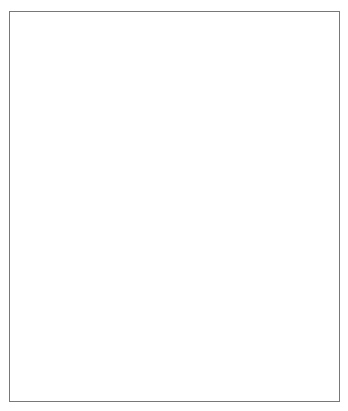
<source format=gbr>
%TF.GenerationSoftware,KiCad,Pcbnew,6.0.11+dfsg-1~bpo11+1*%
%TF.CreationDate,2023-04-23T22:17:46-04:00*%
%TF.ProjectId,cEmbedded_TXB0106_Breakout,63456d62-6564-4646-9564-5f5458423031,rev?*%
%TF.SameCoordinates,Original*%
%TF.FileFunction,Profile,NP*%
%FSLAX46Y46*%
G04 Gerber Fmt 4.6, Leading zero omitted, Abs format (unit mm)*
G04 Created by KiCad (PCBNEW 6.0.11+dfsg-1~bpo11+1) date 2023-04-23 22:17:46*
%MOMM*%
%LPD*%
G01*
G04 APERTURE LIST*
%TA.AperFunction,Profile*%
%ADD10C,0.100000*%
%TD*%
G04 APERTURE END LIST*
D10*
X157480000Y-104140000D02*
X129540000Y-104140000D01*
X157480000Y-71120000D02*
X157480000Y-104140000D01*
X129540000Y-104140000D02*
X129540000Y-71120000D01*
X129540000Y-71120000D02*
X157480000Y-71120000D01*
M02*

</source>
